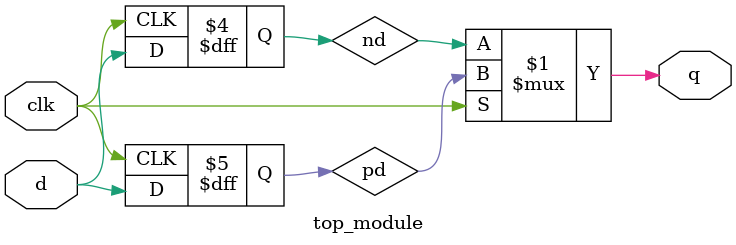
<source format=v>
module top_module (
    input clk,
    input d,
    output q
);
    wire pd;
    wire nd;
    assign q = clk?pd:nd;
    always@(posedge clk)
        pd <= d;
    always@(negedge clk)
        nd <= d;
endmodule

</source>
